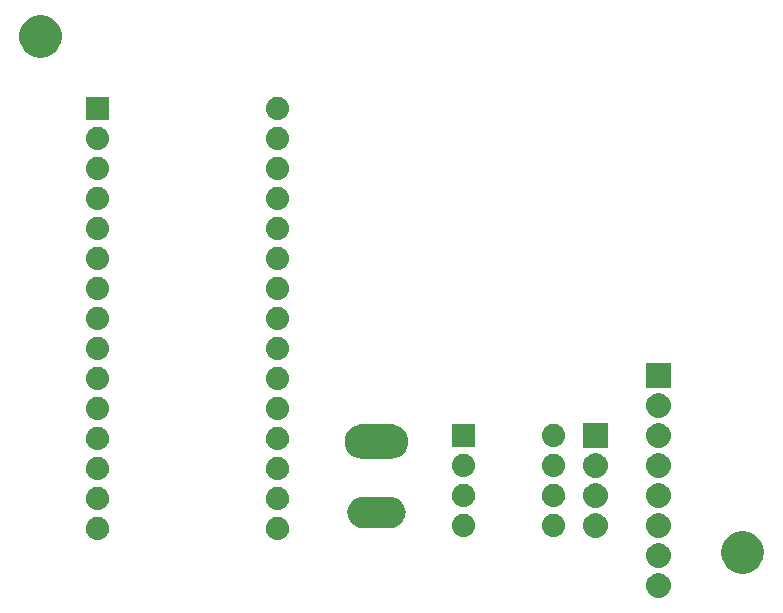
<source format=gbr>
G04 #@! TF.GenerationSoftware,KiCad,Pcbnew,(5.0.1)-3*
G04 #@! TF.CreationDate,2018-11-01T19:24:07-05:00*
G04 #@! TF.ProjectId,module-tester-board,6D6F64756C652D7465737465722D626F,rev?*
G04 #@! TF.SameCoordinates,Original*
G04 #@! TF.FileFunction,Soldermask,Bot*
G04 #@! TF.FilePolarity,Negative*
%FSLAX46Y46*%
G04 Gerber Fmt 4.6, Leading zero omitted, Abs format (unit mm)*
G04 Created by KiCad (PCBNEW (5.0.1)-3) date 11/1/2018 7:24:07 PM*
%MOMM*%
%LPD*%
G01*
G04 APERTURE LIST*
%ADD10C,0.100000*%
G04 APERTURE END LIST*
D10*
G36*
X175642707Y-116813597D02*
X175719836Y-116821193D01*
X175851787Y-116861220D01*
X175917763Y-116881233D01*
X176100172Y-116978733D01*
X176260054Y-117109946D01*
X176391267Y-117269828D01*
X176488767Y-117452237D01*
X176488767Y-117452238D01*
X176548807Y-117650164D01*
X176569080Y-117856000D01*
X176548807Y-118061836D01*
X176508780Y-118193787D01*
X176488767Y-118259763D01*
X176391267Y-118442172D01*
X176260054Y-118602054D01*
X176100172Y-118733267D01*
X175917763Y-118830767D01*
X175851787Y-118850780D01*
X175719836Y-118890807D01*
X175642707Y-118898403D01*
X175565580Y-118906000D01*
X175462420Y-118906000D01*
X175385293Y-118898403D01*
X175308164Y-118890807D01*
X175176213Y-118850780D01*
X175110237Y-118830767D01*
X174927828Y-118733267D01*
X174767946Y-118602054D01*
X174636733Y-118442172D01*
X174539233Y-118259763D01*
X174519220Y-118193787D01*
X174479193Y-118061836D01*
X174458920Y-117856000D01*
X174479193Y-117650164D01*
X174539233Y-117452238D01*
X174539233Y-117452237D01*
X174636733Y-117269828D01*
X174767946Y-117109946D01*
X174927828Y-116978733D01*
X175110237Y-116881233D01*
X175176213Y-116861220D01*
X175308164Y-116821193D01*
X175385293Y-116813597D01*
X175462420Y-116806000D01*
X175565580Y-116806000D01*
X175642707Y-116813597D01*
X175642707Y-116813597D01*
G37*
G36*
X183035122Y-113308115D02*
X183151041Y-113331173D01*
X183478620Y-113466861D01*
X183561222Y-113522054D01*
X183773436Y-113663851D01*
X184024149Y-113914564D01*
X184024151Y-113914567D01*
X184221139Y-114209380D01*
X184356827Y-114536959D01*
X184379885Y-114652878D01*
X184426000Y-114884714D01*
X184426000Y-115239286D01*
X184379885Y-115471122D01*
X184356827Y-115587041D01*
X184221139Y-115914620D01*
X184034953Y-116193267D01*
X184024149Y-116209436D01*
X183773436Y-116460149D01*
X183773433Y-116460151D01*
X183478620Y-116657139D01*
X183151041Y-116792827D01*
X183035122Y-116815885D01*
X182803286Y-116862000D01*
X182448714Y-116862000D01*
X182216878Y-116815885D01*
X182100959Y-116792827D01*
X181773380Y-116657139D01*
X181478567Y-116460151D01*
X181478564Y-116460149D01*
X181227851Y-116209436D01*
X181217047Y-116193267D01*
X181030861Y-115914620D01*
X180895173Y-115587041D01*
X180872115Y-115471122D01*
X180826000Y-115239286D01*
X180826000Y-114884714D01*
X180872115Y-114652878D01*
X180895173Y-114536959D01*
X181030861Y-114209380D01*
X181227849Y-113914567D01*
X181227851Y-113914564D01*
X181478564Y-113663851D01*
X181690778Y-113522054D01*
X181773380Y-113466861D01*
X182100959Y-113331173D01*
X182216878Y-113308115D01*
X182448714Y-113262000D01*
X182803286Y-113262000D01*
X183035122Y-113308115D01*
X183035122Y-113308115D01*
G37*
G36*
X175642707Y-114273596D02*
X175719836Y-114281193D01*
X175851787Y-114321220D01*
X175917763Y-114341233D01*
X176100172Y-114438733D01*
X176260054Y-114569946D01*
X176391267Y-114729828D01*
X176488767Y-114912237D01*
X176488767Y-114912238D01*
X176548807Y-115110164D01*
X176569080Y-115316000D01*
X176548807Y-115521836D01*
X176529027Y-115587041D01*
X176488767Y-115719763D01*
X176391267Y-115902172D01*
X176260054Y-116062054D01*
X176100172Y-116193267D01*
X175917763Y-116290767D01*
X175851787Y-116310780D01*
X175719836Y-116350807D01*
X175642707Y-116358404D01*
X175565580Y-116366000D01*
X175462420Y-116366000D01*
X175385293Y-116358404D01*
X175308164Y-116350807D01*
X175176213Y-116310780D01*
X175110237Y-116290767D01*
X174927828Y-116193267D01*
X174767946Y-116062054D01*
X174636733Y-115902172D01*
X174539233Y-115719763D01*
X174498973Y-115587041D01*
X174479193Y-115521836D01*
X174458920Y-115316000D01*
X174479193Y-115110164D01*
X174539233Y-114912238D01*
X174539233Y-114912237D01*
X174636733Y-114729828D01*
X174767946Y-114569946D01*
X174927828Y-114438733D01*
X175110237Y-114341233D01*
X175176213Y-114321220D01*
X175308164Y-114281193D01*
X175385293Y-114273596D01*
X175462420Y-114266000D01*
X175565580Y-114266000D01*
X175642707Y-114273596D01*
X175642707Y-114273596D01*
G37*
G36*
X128212030Y-112044469D02*
X128212033Y-112044470D01*
X128212034Y-112044470D01*
X128400535Y-112101651D01*
X128400537Y-112101652D01*
X128574260Y-112194509D01*
X128726528Y-112319472D01*
X128851491Y-112471740D01*
X128944348Y-112645463D01*
X129001531Y-112833970D01*
X129020838Y-113030000D01*
X129001531Y-113226030D01*
X129001530Y-113226033D01*
X129001530Y-113226034D01*
X128968701Y-113334258D01*
X128944348Y-113414537D01*
X128851491Y-113588260D01*
X128726528Y-113740528D01*
X128574260Y-113865491D01*
X128574258Y-113865492D01*
X128400535Y-113958349D01*
X128212034Y-114015530D01*
X128212033Y-114015530D01*
X128212030Y-114015531D01*
X128065124Y-114030000D01*
X127966876Y-114030000D01*
X127819970Y-114015531D01*
X127819967Y-114015530D01*
X127819966Y-114015530D01*
X127631465Y-113958349D01*
X127457742Y-113865492D01*
X127457740Y-113865491D01*
X127305472Y-113740528D01*
X127180509Y-113588260D01*
X127087652Y-113414537D01*
X127063300Y-113334258D01*
X127030470Y-113226034D01*
X127030470Y-113226033D01*
X127030469Y-113226030D01*
X127011162Y-113030000D01*
X127030469Y-112833970D01*
X127087652Y-112645463D01*
X127180509Y-112471740D01*
X127305472Y-112319472D01*
X127457740Y-112194509D01*
X127631463Y-112101652D01*
X127631465Y-112101651D01*
X127819966Y-112044470D01*
X127819967Y-112044470D01*
X127819970Y-112044469D01*
X127966876Y-112030000D01*
X128065124Y-112030000D01*
X128212030Y-112044469D01*
X128212030Y-112044469D01*
G37*
G36*
X143452030Y-112044469D02*
X143452033Y-112044470D01*
X143452034Y-112044470D01*
X143640535Y-112101651D01*
X143640537Y-112101652D01*
X143814260Y-112194509D01*
X143966528Y-112319472D01*
X144091491Y-112471740D01*
X144184348Y-112645463D01*
X144241531Y-112833970D01*
X144260838Y-113030000D01*
X144241531Y-113226030D01*
X144241530Y-113226033D01*
X144241530Y-113226034D01*
X144208701Y-113334258D01*
X144184348Y-113414537D01*
X144091491Y-113588260D01*
X143966528Y-113740528D01*
X143814260Y-113865491D01*
X143814258Y-113865492D01*
X143640535Y-113958349D01*
X143452034Y-114015530D01*
X143452033Y-114015530D01*
X143452030Y-114015531D01*
X143305124Y-114030000D01*
X143206876Y-114030000D01*
X143059970Y-114015531D01*
X143059967Y-114015530D01*
X143059966Y-114015530D01*
X142871465Y-113958349D01*
X142697742Y-113865492D01*
X142697740Y-113865491D01*
X142545472Y-113740528D01*
X142420509Y-113588260D01*
X142327652Y-113414537D01*
X142303300Y-113334258D01*
X142270470Y-113226034D01*
X142270470Y-113226033D01*
X142270469Y-113226030D01*
X142251162Y-113030000D01*
X142270469Y-112833970D01*
X142327652Y-112645463D01*
X142420509Y-112471740D01*
X142545472Y-112319472D01*
X142697740Y-112194509D01*
X142871463Y-112101652D01*
X142871465Y-112101651D01*
X143059966Y-112044470D01*
X143059967Y-112044470D01*
X143059970Y-112044469D01*
X143206876Y-112030000D01*
X143305124Y-112030000D01*
X143452030Y-112044469D01*
X143452030Y-112044469D01*
G37*
G36*
X175642707Y-111733596D02*
X175719836Y-111741193D01*
X175851787Y-111781220D01*
X175917763Y-111801233D01*
X176100172Y-111898733D01*
X176260054Y-112029946D01*
X176391267Y-112189828D01*
X176488767Y-112372237D01*
X176508780Y-112438213D01*
X176548807Y-112570164D01*
X176569080Y-112776000D01*
X176548807Y-112981836D01*
X176508780Y-113113787D01*
X176488767Y-113179763D01*
X176391267Y-113362172D01*
X176260054Y-113522054D01*
X176100172Y-113653267D01*
X175917763Y-113750767D01*
X175882281Y-113761530D01*
X175719836Y-113810807D01*
X175642707Y-113818404D01*
X175565580Y-113826000D01*
X175462420Y-113826000D01*
X175385293Y-113818404D01*
X175308164Y-113810807D01*
X175145719Y-113761530D01*
X175110237Y-113750767D01*
X174927828Y-113653267D01*
X174767946Y-113522054D01*
X174636733Y-113362172D01*
X174539233Y-113179763D01*
X174519220Y-113113787D01*
X174479193Y-112981836D01*
X174458920Y-112776000D01*
X174479193Y-112570164D01*
X174519220Y-112438213D01*
X174539233Y-112372237D01*
X174636733Y-112189828D01*
X174767946Y-112029946D01*
X174927828Y-111898733D01*
X175110237Y-111801233D01*
X175176213Y-111781220D01*
X175308164Y-111741193D01*
X175385293Y-111733596D01*
X175462420Y-111726000D01*
X175565580Y-111726000D01*
X175642707Y-111733596D01*
X175642707Y-111733596D01*
G37*
G36*
X170308707Y-111733596D02*
X170385836Y-111741193D01*
X170517787Y-111781220D01*
X170583763Y-111801233D01*
X170766172Y-111898733D01*
X170926054Y-112029946D01*
X171057267Y-112189828D01*
X171154767Y-112372237D01*
X171174780Y-112438213D01*
X171214807Y-112570164D01*
X171235080Y-112776000D01*
X171214807Y-112981836D01*
X171174780Y-113113787D01*
X171154767Y-113179763D01*
X171057267Y-113362172D01*
X170926054Y-113522054D01*
X170766172Y-113653267D01*
X170583763Y-113750767D01*
X170548281Y-113761530D01*
X170385836Y-113810807D01*
X170308707Y-113818404D01*
X170231580Y-113826000D01*
X170128420Y-113826000D01*
X170051293Y-113818404D01*
X169974164Y-113810807D01*
X169811719Y-113761530D01*
X169776237Y-113750767D01*
X169593828Y-113653267D01*
X169433946Y-113522054D01*
X169302733Y-113362172D01*
X169205233Y-113179763D01*
X169185220Y-113113787D01*
X169145193Y-112981836D01*
X169124920Y-112776000D01*
X169145193Y-112570164D01*
X169185220Y-112438213D01*
X169205233Y-112372237D01*
X169302733Y-112189828D01*
X169433946Y-112029946D01*
X169593828Y-111898733D01*
X169776237Y-111801233D01*
X169842213Y-111781220D01*
X169974164Y-111741193D01*
X170051293Y-111733596D01*
X170128420Y-111726000D01*
X170231580Y-111726000D01*
X170308707Y-111733596D01*
X170308707Y-111733596D01*
G37*
G36*
X159200030Y-111790469D02*
X159200033Y-111790470D01*
X159200034Y-111790470D01*
X159388535Y-111847651D01*
X159388537Y-111847652D01*
X159562260Y-111940509D01*
X159714528Y-112065472D01*
X159839491Y-112217740D01*
X159839492Y-112217742D01*
X159932349Y-112391465D01*
X159986557Y-112570166D01*
X159989531Y-112579970D01*
X160008838Y-112776000D01*
X159989531Y-112972030D01*
X159989530Y-112972033D01*
X159989530Y-112972034D01*
X159986557Y-112981836D01*
X159932348Y-113160537D01*
X159839491Y-113334260D01*
X159714528Y-113486528D01*
X159562260Y-113611491D01*
X159562258Y-113611492D01*
X159388535Y-113704349D01*
X159200034Y-113761530D01*
X159200033Y-113761530D01*
X159200030Y-113761531D01*
X159053124Y-113776000D01*
X158954876Y-113776000D01*
X158807970Y-113761531D01*
X158807967Y-113761530D01*
X158807966Y-113761530D01*
X158619465Y-113704349D01*
X158445742Y-113611492D01*
X158445740Y-113611491D01*
X158293472Y-113486528D01*
X158168509Y-113334260D01*
X158075652Y-113160537D01*
X158021444Y-112981836D01*
X158018470Y-112972034D01*
X158018470Y-112972033D01*
X158018469Y-112972030D01*
X157999162Y-112776000D01*
X158018469Y-112579970D01*
X158021443Y-112570166D01*
X158075651Y-112391465D01*
X158168508Y-112217742D01*
X158168509Y-112217740D01*
X158293472Y-112065472D01*
X158445740Y-111940509D01*
X158619463Y-111847652D01*
X158619465Y-111847651D01*
X158807966Y-111790470D01*
X158807967Y-111790470D01*
X158807970Y-111790469D01*
X158954876Y-111776000D01*
X159053124Y-111776000D01*
X159200030Y-111790469D01*
X159200030Y-111790469D01*
G37*
G36*
X166820030Y-111790469D02*
X166820033Y-111790470D01*
X166820034Y-111790470D01*
X167008535Y-111847651D01*
X167008537Y-111847652D01*
X167182260Y-111940509D01*
X167334528Y-112065472D01*
X167459491Y-112217740D01*
X167459492Y-112217742D01*
X167552349Y-112391465D01*
X167606557Y-112570166D01*
X167609531Y-112579970D01*
X167628838Y-112776000D01*
X167609531Y-112972030D01*
X167609530Y-112972033D01*
X167609530Y-112972034D01*
X167606557Y-112981836D01*
X167552348Y-113160537D01*
X167459491Y-113334260D01*
X167334528Y-113486528D01*
X167182260Y-113611491D01*
X167182258Y-113611492D01*
X167008535Y-113704349D01*
X166820034Y-113761530D01*
X166820033Y-113761530D01*
X166820030Y-113761531D01*
X166673124Y-113776000D01*
X166574876Y-113776000D01*
X166427970Y-113761531D01*
X166427967Y-113761530D01*
X166427966Y-113761530D01*
X166239465Y-113704349D01*
X166065742Y-113611492D01*
X166065740Y-113611491D01*
X165913472Y-113486528D01*
X165788509Y-113334260D01*
X165695652Y-113160537D01*
X165641444Y-112981836D01*
X165638470Y-112972034D01*
X165638470Y-112972033D01*
X165638469Y-112972030D01*
X165619162Y-112776000D01*
X165638469Y-112579970D01*
X165641443Y-112570166D01*
X165695651Y-112391465D01*
X165788508Y-112217742D01*
X165788509Y-112217740D01*
X165913472Y-112065472D01*
X166065740Y-111940509D01*
X166239463Y-111847652D01*
X166239465Y-111847651D01*
X166427966Y-111790470D01*
X166427967Y-111790470D01*
X166427970Y-111790469D01*
X166574876Y-111776000D01*
X166673124Y-111776000D01*
X166820030Y-111790469D01*
X166820030Y-111790469D01*
G37*
G36*
X152974081Y-110353379D02*
X153022747Y-110358172D01*
X153266236Y-110432034D01*
X153272509Y-110433937D01*
X153502692Y-110556972D01*
X153704450Y-110722550D01*
X153829180Y-110874535D01*
X153870028Y-110924308D01*
X153993063Y-111154491D01*
X154068828Y-111404253D01*
X154068828Y-111404255D01*
X154094411Y-111664000D01*
X154073038Y-111881001D01*
X154068828Y-111923747D01*
X154036596Y-112030000D01*
X153993063Y-112173509D01*
X153870028Y-112403692D01*
X153704450Y-112605450D01*
X153502692Y-112771028D01*
X153272509Y-112894063D01*
X153022747Y-112969828D01*
X152974082Y-112974621D01*
X152828091Y-112989000D01*
X150447909Y-112989000D01*
X150301918Y-112974621D01*
X150253253Y-112969828D01*
X150003491Y-112894063D01*
X149773308Y-112771028D01*
X149571550Y-112605450D01*
X149405972Y-112403692D01*
X149282937Y-112173509D01*
X149239404Y-112030000D01*
X149207172Y-111923747D01*
X149202962Y-111881001D01*
X149181589Y-111664000D01*
X149207172Y-111404255D01*
X149207172Y-111404253D01*
X149282937Y-111154491D01*
X149405972Y-110924308D01*
X149446820Y-110874535D01*
X149571550Y-110722550D01*
X149773308Y-110556972D01*
X150003491Y-110433937D01*
X150009764Y-110432034D01*
X150253253Y-110358172D01*
X150301919Y-110353379D01*
X150447909Y-110339000D01*
X152828091Y-110339000D01*
X152974081Y-110353379D01*
X152974081Y-110353379D01*
G37*
G36*
X143452030Y-109504469D02*
X143452033Y-109504470D01*
X143452034Y-109504470D01*
X143640535Y-109561651D01*
X143640537Y-109561652D01*
X143814260Y-109654509D01*
X143966528Y-109779472D01*
X144091491Y-109931740D01*
X144184348Y-110105463D01*
X144241531Y-110293970D01*
X144260838Y-110490000D01*
X144241531Y-110686030D01*
X144241530Y-110686033D01*
X144241530Y-110686034D01*
X144208701Y-110794258D01*
X144184348Y-110874537D01*
X144091491Y-111048260D01*
X143966528Y-111200528D01*
X143814260Y-111325491D01*
X143814258Y-111325492D01*
X143640535Y-111418349D01*
X143452034Y-111475530D01*
X143452033Y-111475530D01*
X143452030Y-111475531D01*
X143305124Y-111490000D01*
X143206876Y-111490000D01*
X143059970Y-111475531D01*
X143059967Y-111475530D01*
X143059966Y-111475530D01*
X142871465Y-111418349D01*
X142697742Y-111325492D01*
X142697740Y-111325491D01*
X142545472Y-111200528D01*
X142420509Y-111048260D01*
X142327652Y-110874537D01*
X142303300Y-110794258D01*
X142270470Y-110686034D01*
X142270470Y-110686033D01*
X142270469Y-110686030D01*
X142251162Y-110490000D01*
X142270469Y-110293970D01*
X142327652Y-110105463D01*
X142420509Y-109931740D01*
X142545472Y-109779472D01*
X142697740Y-109654509D01*
X142871463Y-109561652D01*
X142871465Y-109561651D01*
X143059966Y-109504470D01*
X143059967Y-109504470D01*
X143059970Y-109504469D01*
X143206876Y-109490000D01*
X143305124Y-109490000D01*
X143452030Y-109504469D01*
X143452030Y-109504469D01*
G37*
G36*
X128212030Y-109504469D02*
X128212033Y-109504470D01*
X128212034Y-109504470D01*
X128400535Y-109561651D01*
X128400537Y-109561652D01*
X128574260Y-109654509D01*
X128726528Y-109779472D01*
X128851491Y-109931740D01*
X128944348Y-110105463D01*
X129001531Y-110293970D01*
X129020838Y-110490000D01*
X129001531Y-110686030D01*
X129001530Y-110686033D01*
X129001530Y-110686034D01*
X128968701Y-110794258D01*
X128944348Y-110874537D01*
X128851491Y-111048260D01*
X128726528Y-111200528D01*
X128574260Y-111325491D01*
X128574258Y-111325492D01*
X128400535Y-111418349D01*
X128212034Y-111475530D01*
X128212033Y-111475530D01*
X128212030Y-111475531D01*
X128065124Y-111490000D01*
X127966876Y-111490000D01*
X127819970Y-111475531D01*
X127819967Y-111475530D01*
X127819966Y-111475530D01*
X127631465Y-111418349D01*
X127457742Y-111325492D01*
X127457740Y-111325491D01*
X127305472Y-111200528D01*
X127180509Y-111048260D01*
X127087652Y-110874537D01*
X127063300Y-110794258D01*
X127030470Y-110686034D01*
X127030470Y-110686033D01*
X127030469Y-110686030D01*
X127011162Y-110490000D01*
X127030469Y-110293970D01*
X127087652Y-110105463D01*
X127180509Y-109931740D01*
X127305472Y-109779472D01*
X127457740Y-109654509D01*
X127631463Y-109561652D01*
X127631465Y-109561651D01*
X127819966Y-109504470D01*
X127819967Y-109504470D01*
X127819970Y-109504469D01*
X127966876Y-109490000D01*
X128065124Y-109490000D01*
X128212030Y-109504469D01*
X128212030Y-109504469D01*
G37*
G36*
X170308707Y-109193596D02*
X170385836Y-109201193D01*
X170517787Y-109241220D01*
X170583763Y-109261233D01*
X170766172Y-109358733D01*
X170926054Y-109489946D01*
X171057267Y-109649828D01*
X171154767Y-109832237D01*
X171174780Y-109898213D01*
X171214807Y-110030164D01*
X171235080Y-110236000D01*
X171214807Y-110441836D01*
X171179881Y-110556972D01*
X171154767Y-110639763D01*
X171057267Y-110822172D01*
X170926054Y-110982054D01*
X170766172Y-111113267D01*
X170583763Y-111210767D01*
X170548281Y-111221530D01*
X170385836Y-111270807D01*
X170308707Y-111278403D01*
X170231580Y-111286000D01*
X170128420Y-111286000D01*
X170051293Y-111278403D01*
X169974164Y-111270807D01*
X169811719Y-111221530D01*
X169776237Y-111210767D01*
X169593828Y-111113267D01*
X169433946Y-110982054D01*
X169302733Y-110822172D01*
X169205233Y-110639763D01*
X169180119Y-110556972D01*
X169145193Y-110441836D01*
X169124920Y-110236000D01*
X169145193Y-110030164D01*
X169185220Y-109898213D01*
X169205233Y-109832237D01*
X169302733Y-109649828D01*
X169433946Y-109489946D01*
X169593828Y-109358733D01*
X169776237Y-109261233D01*
X169842213Y-109241220D01*
X169974164Y-109201193D01*
X170051293Y-109193596D01*
X170128420Y-109186000D01*
X170231580Y-109186000D01*
X170308707Y-109193596D01*
X170308707Y-109193596D01*
G37*
G36*
X175642707Y-109193596D02*
X175719836Y-109201193D01*
X175851787Y-109241220D01*
X175917763Y-109261233D01*
X176100172Y-109358733D01*
X176260054Y-109489946D01*
X176391267Y-109649828D01*
X176488767Y-109832237D01*
X176508780Y-109898213D01*
X176548807Y-110030164D01*
X176569080Y-110236000D01*
X176548807Y-110441836D01*
X176513881Y-110556972D01*
X176488767Y-110639763D01*
X176391267Y-110822172D01*
X176260054Y-110982054D01*
X176100172Y-111113267D01*
X175917763Y-111210767D01*
X175882281Y-111221530D01*
X175719836Y-111270807D01*
X175642707Y-111278403D01*
X175565580Y-111286000D01*
X175462420Y-111286000D01*
X175385293Y-111278403D01*
X175308164Y-111270807D01*
X175145719Y-111221530D01*
X175110237Y-111210767D01*
X174927828Y-111113267D01*
X174767946Y-110982054D01*
X174636733Y-110822172D01*
X174539233Y-110639763D01*
X174514119Y-110556972D01*
X174479193Y-110441836D01*
X174458920Y-110236000D01*
X174479193Y-110030164D01*
X174519220Y-109898213D01*
X174539233Y-109832237D01*
X174636733Y-109649828D01*
X174767946Y-109489946D01*
X174927828Y-109358733D01*
X175110237Y-109261233D01*
X175176213Y-109241220D01*
X175308164Y-109201193D01*
X175385293Y-109193596D01*
X175462420Y-109186000D01*
X175565580Y-109186000D01*
X175642707Y-109193596D01*
X175642707Y-109193596D01*
G37*
G36*
X159200030Y-109250469D02*
X159200033Y-109250470D01*
X159200034Y-109250470D01*
X159388535Y-109307651D01*
X159388537Y-109307652D01*
X159562260Y-109400509D01*
X159714528Y-109525472D01*
X159839491Y-109677740D01*
X159839492Y-109677742D01*
X159932349Y-109851465D01*
X159986557Y-110030166D01*
X159989531Y-110039970D01*
X160008838Y-110236000D01*
X159989531Y-110432030D01*
X159989530Y-110432033D01*
X159989530Y-110432034D01*
X159951631Y-110556972D01*
X159932348Y-110620537D01*
X159839491Y-110794260D01*
X159714528Y-110946528D01*
X159562260Y-111071491D01*
X159562258Y-111071492D01*
X159388535Y-111164349D01*
X159200034Y-111221530D01*
X159200033Y-111221530D01*
X159200030Y-111221531D01*
X159053124Y-111236000D01*
X158954876Y-111236000D01*
X158807970Y-111221531D01*
X158807967Y-111221530D01*
X158807966Y-111221530D01*
X158619465Y-111164349D01*
X158445742Y-111071492D01*
X158445740Y-111071491D01*
X158293472Y-110946528D01*
X158168509Y-110794260D01*
X158075652Y-110620537D01*
X158056370Y-110556972D01*
X158018470Y-110432034D01*
X158018470Y-110432033D01*
X158018469Y-110432030D01*
X157999162Y-110236000D01*
X158018469Y-110039970D01*
X158021443Y-110030166D01*
X158075651Y-109851465D01*
X158168508Y-109677742D01*
X158168509Y-109677740D01*
X158293472Y-109525472D01*
X158445740Y-109400509D01*
X158619463Y-109307652D01*
X158619465Y-109307651D01*
X158807966Y-109250470D01*
X158807967Y-109250470D01*
X158807970Y-109250469D01*
X158954876Y-109236000D01*
X159053124Y-109236000D01*
X159200030Y-109250469D01*
X159200030Y-109250469D01*
G37*
G36*
X166820030Y-109250469D02*
X166820033Y-109250470D01*
X166820034Y-109250470D01*
X167008535Y-109307651D01*
X167008537Y-109307652D01*
X167182260Y-109400509D01*
X167334528Y-109525472D01*
X167459491Y-109677740D01*
X167459492Y-109677742D01*
X167552349Y-109851465D01*
X167606557Y-110030166D01*
X167609531Y-110039970D01*
X167628838Y-110236000D01*
X167609531Y-110432030D01*
X167609530Y-110432033D01*
X167609530Y-110432034D01*
X167571631Y-110556972D01*
X167552348Y-110620537D01*
X167459491Y-110794260D01*
X167334528Y-110946528D01*
X167182260Y-111071491D01*
X167182258Y-111071492D01*
X167008535Y-111164349D01*
X166820034Y-111221530D01*
X166820033Y-111221530D01*
X166820030Y-111221531D01*
X166673124Y-111236000D01*
X166574876Y-111236000D01*
X166427970Y-111221531D01*
X166427967Y-111221530D01*
X166427966Y-111221530D01*
X166239465Y-111164349D01*
X166065742Y-111071492D01*
X166065740Y-111071491D01*
X165913472Y-110946528D01*
X165788509Y-110794260D01*
X165695652Y-110620537D01*
X165676370Y-110556972D01*
X165638470Y-110432034D01*
X165638470Y-110432033D01*
X165638469Y-110432030D01*
X165619162Y-110236000D01*
X165638469Y-110039970D01*
X165641443Y-110030166D01*
X165695651Y-109851465D01*
X165788508Y-109677742D01*
X165788509Y-109677740D01*
X165913472Y-109525472D01*
X166065740Y-109400509D01*
X166239463Y-109307652D01*
X166239465Y-109307651D01*
X166427966Y-109250470D01*
X166427967Y-109250470D01*
X166427970Y-109250469D01*
X166574876Y-109236000D01*
X166673124Y-109236000D01*
X166820030Y-109250469D01*
X166820030Y-109250469D01*
G37*
G36*
X128212030Y-106964469D02*
X128212033Y-106964470D01*
X128212034Y-106964470D01*
X128400535Y-107021651D01*
X128400537Y-107021652D01*
X128574260Y-107114509D01*
X128726528Y-107239472D01*
X128851491Y-107391740D01*
X128944348Y-107565463D01*
X129001531Y-107753970D01*
X129020838Y-107950000D01*
X129001531Y-108146030D01*
X129001530Y-108146033D01*
X129001530Y-108146034D01*
X128968701Y-108254258D01*
X128944348Y-108334537D01*
X128851491Y-108508260D01*
X128726528Y-108660528D01*
X128574260Y-108785491D01*
X128574258Y-108785492D01*
X128400535Y-108878349D01*
X128212034Y-108935530D01*
X128212033Y-108935530D01*
X128212030Y-108935531D01*
X128065124Y-108950000D01*
X127966876Y-108950000D01*
X127819970Y-108935531D01*
X127819967Y-108935530D01*
X127819966Y-108935530D01*
X127631465Y-108878349D01*
X127457742Y-108785492D01*
X127457740Y-108785491D01*
X127305472Y-108660528D01*
X127180509Y-108508260D01*
X127087652Y-108334537D01*
X127063300Y-108254258D01*
X127030470Y-108146034D01*
X127030470Y-108146033D01*
X127030469Y-108146030D01*
X127011162Y-107950000D01*
X127030469Y-107753970D01*
X127087652Y-107565463D01*
X127180509Y-107391740D01*
X127305472Y-107239472D01*
X127457740Y-107114509D01*
X127631463Y-107021652D01*
X127631465Y-107021651D01*
X127819966Y-106964470D01*
X127819967Y-106964470D01*
X127819970Y-106964469D01*
X127966876Y-106950000D01*
X128065124Y-106950000D01*
X128212030Y-106964469D01*
X128212030Y-106964469D01*
G37*
G36*
X143452030Y-106964469D02*
X143452033Y-106964470D01*
X143452034Y-106964470D01*
X143640535Y-107021651D01*
X143640537Y-107021652D01*
X143814260Y-107114509D01*
X143966528Y-107239472D01*
X144091491Y-107391740D01*
X144184348Y-107565463D01*
X144241531Y-107753970D01*
X144260838Y-107950000D01*
X144241531Y-108146030D01*
X144241530Y-108146033D01*
X144241530Y-108146034D01*
X144208701Y-108254258D01*
X144184348Y-108334537D01*
X144091491Y-108508260D01*
X143966528Y-108660528D01*
X143814260Y-108785491D01*
X143814258Y-108785492D01*
X143640535Y-108878349D01*
X143452034Y-108935530D01*
X143452033Y-108935530D01*
X143452030Y-108935531D01*
X143305124Y-108950000D01*
X143206876Y-108950000D01*
X143059970Y-108935531D01*
X143059967Y-108935530D01*
X143059966Y-108935530D01*
X142871465Y-108878349D01*
X142697742Y-108785492D01*
X142697740Y-108785491D01*
X142545472Y-108660528D01*
X142420509Y-108508260D01*
X142327652Y-108334537D01*
X142303300Y-108254258D01*
X142270470Y-108146034D01*
X142270470Y-108146033D01*
X142270469Y-108146030D01*
X142251162Y-107950000D01*
X142270469Y-107753970D01*
X142327652Y-107565463D01*
X142420509Y-107391740D01*
X142545472Y-107239472D01*
X142697740Y-107114509D01*
X142871463Y-107021652D01*
X142871465Y-107021651D01*
X143059966Y-106964470D01*
X143059967Y-106964470D01*
X143059970Y-106964469D01*
X143206876Y-106950000D01*
X143305124Y-106950000D01*
X143452030Y-106964469D01*
X143452030Y-106964469D01*
G37*
G36*
X175642707Y-106653597D02*
X175719836Y-106661193D01*
X175851787Y-106701220D01*
X175917763Y-106721233D01*
X176100172Y-106818733D01*
X176260054Y-106949946D01*
X176391267Y-107109828D01*
X176488767Y-107292237D01*
X176508780Y-107358213D01*
X176548807Y-107490164D01*
X176569080Y-107696000D01*
X176548807Y-107901836D01*
X176508780Y-108033787D01*
X176488767Y-108099763D01*
X176391267Y-108282172D01*
X176260054Y-108442054D01*
X176100172Y-108573267D01*
X175917763Y-108670767D01*
X175882281Y-108681530D01*
X175719836Y-108730807D01*
X175642707Y-108738404D01*
X175565580Y-108746000D01*
X175462420Y-108746000D01*
X175385293Y-108738404D01*
X175308164Y-108730807D01*
X175145719Y-108681530D01*
X175110237Y-108670767D01*
X174927828Y-108573267D01*
X174767946Y-108442054D01*
X174636733Y-108282172D01*
X174539233Y-108099763D01*
X174519220Y-108033787D01*
X174479193Y-107901836D01*
X174458920Y-107696000D01*
X174479193Y-107490164D01*
X174519220Y-107358213D01*
X174539233Y-107292237D01*
X174636733Y-107109828D01*
X174767946Y-106949946D01*
X174927828Y-106818733D01*
X175110237Y-106721233D01*
X175176213Y-106701220D01*
X175308164Y-106661193D01*
X175385293Y-106653597D01*
X175462420Y-106646000D01*
X175565580Y-106646000D01*
X175642707Y-106653597D01*
X175642707Y-106653597D01*
G37*
G36*
X170308707Y-106653597D02*
X170385836Y-106661193D01*
X170517787Y-106701220D01*
X170583763Y-106721233D01*
X170766172Y-106818733D01*
X170926054Y-106949946D01*
X171057267Y-107109828D01*
X171154767Y-107292237D01*
X171174780Y-107358213D01*
X171214807Y-107490164D01*
X171235080Y-107696000D01*
X171214807Y-107901836D01*
X171174780Y-108033787D01*
X171154767Y-108099763D01*
X171057267Y-108282172D01*
X170926054Y-108442054D01*
X170766172Y-108573267D01*
X170583763Y-108670767D01*
X170548281Y-108681530D01*
X170385836Y-108730807D01*
X170308707Y-108738404D01*
X170231580Y-108746000D01*
X170128420Y-108746000D01*
X170051293Y-108738404D01*
X169974164Y-108730807D01*
X169811719Y-108681530D01*
X169776237Y-108670767D01*
X169593828Y-108573267D01*
X169433946Y-108442054D01*
X169302733Y-108282172D01*
X169205233Y-108099763D01*
X169185220Y-108033787D01*
X169145193Y-107901836D01*
X169124920Y-107696000D01*
X169145193Y-107490164D01*
X169185220Y-107358213D01*
X169205233Y-107292237D01*
X169302733Y-107109828D01*
X169433946Y-106949946D01*
X169593828Y-106818733D01*
X169776237Y-106721233D01*
X169842213Y-106701220D01*
X169974164Y-106661193D01*
X170051293Y-106653597D01*
X170128420Y-106646000D01*
X170231580Y-106646000D01*
X170308707Y-106653597D01*
X170308707Y-106653597D01*
G37*
G36*
X166820030Y-106710469D02*
X166820033Y-106710470D01*
X166820034Y-106710470D01*
X167008535Y-106767651D01*
X167008537Y-106767652D01*
X167182260Y-106860509D01*
X167334528Y-106985472D01*
X167459491Y-107137740D01*
X167459492Y-107137742D01*
X167552349Y-107311465D01*
X167606557Y-107490166D01*
X167609531Y-107499970D01*
X167628838Y-107696000D01*
X167609531Y-107892030D01*
X167609530Y-107892033D01*
X167609530Y-107892034D01*
X167606557Y-107901836D01*
X167552348Y-108080537D01*
X167459491Y-108254260D01*
X167334528Y-108406528D01*
X167182260Y-108531491D01*
X167182258Y-108531492D01*
X167008535Y-108624349D01*
X166820034Y-108681530D01*
X166820033Y-108681530D01*
X166820030Y-108681531D01*
X166673124Y-108696000D01*
X166574876Y-108696000D01*
X166427970Y-108681531D01*
X166427967Y-108681530D01*
X166427966Y-108681530D01*
X166239465Y-108624349D01*
X166065742Y-108531492D01*
X166065740Y-108531491D01*
X165913472Y-108406528D01*
X165788509Y-108254260D01*
X165695652Y-108080537D01*
X165641444Y-107901836D01*
X165638470Y-107892034D01*
X165638470Y-107892033D01*
X165638469Y-107892030D01*
X165619162Y-107696000D01*
X165638469Y-107499970D01*
X165641443Y-107490166D01*
X165695651Y-107311465D01*
X165788508Y-107137742D01*
X165788509Y-107137740D01*
X165913472Y-106985472D01*
X166065740Y-106860509D01*
X166239463Y-106767652D01*
X166239465Y-106767651D01*
X166427966Y-106710470D01*
X166427967Y-106710470D01*
X166427970Y-106710469D01*
X166574876Y-106696000D01*
X166673124Y-106696000D01*
X166820030Y-106710469D01*
X166820030Y-106710469D01*
G37*
G36*
X159200030Y-106710469D02*
X159200033Y-106710470D01*
X159200034Y-106710470D01*
X159388535Y-106767651D01*
X159388537Y-106767652D01*
X159562260Y-106860509D01*
X159714528Y-106985472D01*
X159839491Y-107137740D01*
X159839492Y-107137742D01*
X159932349Y-107311465D01*
X159986557Y-107490166D01*
X159989531Y-107499970D01*
X160008838Y-107696000D01*
X159989531Y-107892030D01*
X159989530Y-107892033D01*
X159989530Y-107892034D01*
X159986557Y-107901836D01*
X159932348Y-108080537D01*
X159839491Y-108254260D01*
X159714528Y-108406528D01*
X159562260Y-108531491D01*
X159562258Y-108531492D01*
X159388535Y-108624349D01*
X159200034Y-108681530D01*
X159200033Y-108681530D01*
X159200030Y-108681531D01*
X159053124Y-108696000D01*
X158954876Y-108696000D01*
X158807970Y-108681531D01*
X158807967Y-108681530D01*
X158807966Y-108681530D01*
X158619465Y-108624349D01*
X158445742Y-108531492D01*
X158445740Y-108531491D01*
X158293472Y-108406528D01*
X158168509Y-108254260D01*
X158075652Y-108080537D01*
X158021444Y-107901836D01*
X158018470Y-107892034D01*
X158018470Y-107892033D01*
X158018469Y-107892030D01*
X157999162Y-107696000D01*
X158018469Y-107499970D01*
X158021443Y-107490166D01*
X158075651Y-107311465D01*
X158168508Y-107137742D01*
X158168509Y-107137740D01*
X158293472Y-106985472D01*
X158445740Y-106860509D01*
X158619463Y-106767652D01*
X158619465Y-106767651D01*
X158807966Y-106710470D01*
X158807967Y-106710470D01*
X158807970Y-106710469D01*
X158954876Y-106696000D01*
X159053124Y-106696000D01*
X159200030Y-106710469D01*
X159200030Y-106710469D01*
G37*
G36*
X153001830Y-104218196D02*
X153172250Y-104234981D01*
X153445576Y-104317894D01*
X153697474Y-104452536D01*
X153918265Y-104633735D01*
X154099464Y-104854526D01*
X154234106Y-105106424D01*
X154317019Y-105379750D01*
X154345015Y-105664000D01*
X154317019Y-105948250D01*
X154234106Y-106221576D01*
X154099464Y-106473474D01*
X153918265Y-106694265D01*
X153697474Y-106875464D01*
X153445576Y-107010106D01*
X153172250Y-107093019D01*
X153001830Y-107109804D01*
X152959226Y-107114000D01*
X150316774Y-107114000D01*
X150274170Y-107109804D01*
X150103750Y-107093019D01*
X149830424Y-107010106D01*
X149578526Y-106875464D01*
X149357735Y-106694265D01*
X149176536Y-106473474D01*
X149041894Y-106221576D01*
X148958981Y-105948250D01*
X148930985Y-105664000D01*
X148958981Y-105379750D01*
X149041894Y-105106424D01*
X149176536Y-104854526D01*
X149357735Y-104633735D01*
X149578526Y-104452536D01*
X149830424Y-104317894D01*
X150103750Y-104234981D01*
X150274170Y-104218196D01*
X150316774Y-104214000D01*
X152959226Y-104214000D01*
X153001830Y-104218196D01*
X153001830Y-104218196D01*
G37*
G36*
X143452030Y-104424469D02*
X143452033Y-104424470D01*
X143452034Y-104424470D01*
X143640535Y-104481651D01*
X143640537Y-104481652D01*
X143814260Y-104574509D01*
X143966528Y-104699472D01*
X144091491Y-104851740D01*
X144091492Y-104851742D01*
X144184349Y-105025465D01*
X144223946Y-105156000D01*
X144241531Y-105213970D01*
X144260838Y-105410000D01*
X144241531Y-105606030D01*
X144241530Y-105606033D01*
X144241530Y-105606034D01*
X144208701Y-105714258D01*
X144184348Y-105794537D01*
X144091491Y-105968260D01*
X143966528Y-106120528D01*
X143814260Y-106245491D01*
X143814258Y-106245492D01*
X143640535Y-106338349D01*
X143452034Y-106395530D01*
X143452033Y-106395530D01*
X143452030Y-106395531D01*
X143305124Y-106410000D01*
X143206876Y-106410000D01*
X143059970Y-106395531D01*
X143059967Y-106395530D01*
X143059966Y-106395530D01*
X142871465Y-106338349D01*
X142697742Y-106245492D01*
X142697740Y-106245491D01*
X142545472Y-106120528D01*
X142420509Y-105968260D01*
X142327652Y-105794537D01*
X142303300Y-105714258D01*
X142270470Y-105606034D01*
X142270470Y-105606033D01*
X142270469Y-105606030D01*
X142251162Y-105410000D01*
X142270469Y-105213970D01*
X142288054Y-105156000D01*
X142327651Y-105025465D01*
X142420508Y-104851742D01*
X142420509Y-104851740D01*
X142545472Y-104699472D01*
X142697740Y-104574509D01*
X142871463Y-104481652D01*
X142871465Y-104481651D01*
X143059966Y-104424470D01*
X143059967Y-104424470D01*
X143059970Y-104424469D01*
X143206876Y-104410000D01*
X143305124Y-104410000D01*
X143452030Y-104424469D01*
X143452030Y-104424469D01*
G37*
G36*
X128212030Y-104424469D02*
X128212033Y-104424470D01*
X128212034Y-104424470D01*
X128400535Y-104481651D01*
X128400537Y-104481652D01*
X128574260Y-104574509D01*
X128726528Y-104699472D01*
X128851491Y-104851740D01*
X128851492Y-104851742D01*
X128944349Y-105025465D01*
X128983946Y-105156000D01*
X129001531Y-105213970D01*
X129020838Y-105410000D01*
X129001531Y-105606030D01*
X129001530Y-105606033D01*
X129001530Y-105606034D01*
X128968701Y-105714258D01*
X128944348Y-105794537D01*
X128851491Y-105968260D01*
X128726528Y-106120528D01*
X128574260Y-106245491D01*
X128574258Y-106245492D01*
X128400535Y-106338349D01*
X128212034Y-106395530D01*
X128212033Y-106395530D01*
X128212030Y-106395531D01*
X128065124Y-106410000D01*
X127966876Y-106410000D01*
X127819970Y-106395531D01*
X127819967Y-106395530D01*
X127819966Y-106395530D01*
X127631465Y-106338349D01*
X127457742Y-106245492D01*
X127457740Y-106245491D01*
X127305472Y-106120528D01*
X127180509Y-105968260D01*
X127087652Y-105794537D01*
X127063300Y-105714258D01*
X127030470Y-105606034D01*
X127030470Y-105606033D01*
X127030469Y-105606030D01*
X127011162Y-105410000D01*
X127030469Y-105213970D01*
X127048054Y-105156000D01*
X127087651Y-105025465D01*
X127180508Y-104851742D01*
X127180509Y-104851740D01*
X127305472Y-104699472D01*
X127457740Y-104574509D01*
X127631463Y-104481652D01*
X127631465Y-104481651D01*
X127819966Y-104424470D01*
X127819967Y-104424470D01*
X127819970Y-104424469D01*
X127966876Y-104410000D01*
X128065124Y-104410000D01*
X128212030Y-104424469D01*
X128212030Y-104424469D01*
G37*
G36*
X171230000Y-106206000D02*
X169130000Y-106206000D01*
X169130000Y-104106000D01*
X171230000Y-104106000D01*
X171230000Y-106206000D01*
X171230000Y-106206000D01*
G37*
G36*
X175642707Y-104113596D02*
X175719836Y-104121193D01*
X175851787Y-104161220D01*
X175917763Y-104181233D01*
X176100172Y-104278733D01*
X176260054Y-104409946D01*
X176391267Y-104569828D01*
X176488767Y-104752237D01*
X176508780Y-104818213D01*
X176548807Y-104950164D01*
X176569080Y-105156000D01*
X176548807Y-105361836D01*
X176508780Y-105493787D01*
X176488767Y-105559763D01*
X176391267Y-105742172D01*
X176260054Y-105902054D01*
X176100172Y-106033267D01*
X175917763Y-106130767D01*
X175882281Y-106141530D01*
X175719836Y-106190807D01*
X175642707Y-106198404D01*
X175565580Y-106206000D01*
X175462420Y-106206000D01*
X175385293Y-106198404D01*
X175308164Y-106190807D01*
X175145719Y-106141530D01*
X175110237Y-106130767D01*
X174927828Y-106033267D01*
X174767946Y-105902054D01*
X174636733Y-105742172D01*
X174539233Y-105559763D01*
X174519220Y-105493787D01*
X174479193Y-105361836D01*
X174458920Y-105156000D01*
X174479193Y-104950164D01*
X174519220Y-104818213D01*
X174539233Y-104752237D01*
X174636733Y-104569828D01*
X174767946Y-104409946D01*
X174927828Y-104278733D01*
X175110237Y-104181233D01*
X175176213Y-104161220D01*
X175308164Y-104121193D01*
X175385293Y-104113596D01*
X175462420Y-104106000D01*
X175565580Y-104106000D01*
X175642707Y-104113596D01*
X175642707Y-104113596D01*
G37*
G36*
X160004000Y-106156000D02*
X158004000Y-106156000D01*
X158004000Y-104156000D01*
X160004000Y-104156000D01*
X160004000Y-106156000D01*
X160004000Y-106156000D01*
G37*
G36*
X166820030Y-104170469D02*
X166820033Y-104170470D01*
X166820034Y-104170470D01*
X167008535Y-104227651D01*
X167008537Y-104227652D01*
X167182260Y-104320509D01*
X167334528Y-104445472D01*
X167459491Y-104597740D01*
X167459492Y-104597742D01*
X167552349Y-104771465D01*
X167606557Y-104950166D01*
X167609531Y-104959970D01*
X167628838Y-105156000D01*
X167609531Y-105352030D01*
X167609530Y-105352033D01*
X167609530Y-105352034D01*
X167606557Y-105361836D01*
X167552348Y-105540537D01*
X167459491Y-105714260D01*
X167334528Y-105866528D01*
X167182260Y-105991491D01*
X167182258Y-105991492D01*
X167008535Y-106084349D01*
X166820034Y-106141530D01*
X166820033Y-106141530D01*
X166820030Y-106141531D01*
X166673124Y-106156000D01*
X166574876Y-106156000D01*
X166427970Y-106141531D01*
X166427967Y-106141530D01*
X166427966Y-106141530D01*
X166239465Y-106084349D01*
X166065742Y-105991492D01*
X166065740Y-105991491D01*
X165913472Y-105866528D01*
X165788509Y-105714260D01*
X165695652Y-105540537D01*
X165641444Y-105361836D01*
X165638470Y-105352034D01*
X165638470Y-105352033D01*
X165638469Y-105352030D01*
X165619162Y-105156000D01*
X165638469Y-104959970D01*
X165641443Y-104950166D01*
X165695651Y-104771465D01*
X165788508Y-104597742D01*
X165788509Y-104597740D01*
X165913472Y-104445472D01*
X166065740Y-104320509D01*
X166239463Y-104227652D01*
X166239465Y-104227651D01*
X166427966Y-104170470D01*
X166427967Y-104170470D01*
X166427970Y-104170469D01*
X166574876Y-104156000D01*
X166673124Y-104156000D01*
X166820030Y-104170469D01*
X166820030Y-104170469D01*
G37*
G36*
X143452030Y-101884469D02*
X143452033Y-101884470D01*
X143452034Y-101884470D01*
X143640535Y-101941651D01*
X143640537Y-101941652D01*
X143814260Y-102034509D01*
X143966528Y-102159472D01*
X144091491Y-102311740D01*
X144184348Y-102485463D01*
X144241531Y-102673970D01*
X144260838Y-102870000D01*
X144241531Y-103066030D01*
X144184348Y-103254537D01*
X144091491Y-103428260D01*
X143966528Y-103580528D01*
X143814260Y-103705491D01*
X143814258Y-103705492D01*
X143640535Y-103798349D01*
X143452034Y-103855530D01*
X143452033Y-103855530D01*
X143452030Y-103855531D01*
X143305124Y-103870000D01*
X143206876Y-103870000D01*
X143059970Y-103855531D01*
X143059967Y-103855530D01*
X143059966Y-103855530D01*
X142871465Y-103798349D01*
X142697742Y-103705492D01*
X142697740Y-103705491D01*
X142545472Y-103580528D01*
X142420509Y-103428260D01*
X142327652Y-103254537D01*
X142270469Y-103066030D01*
X142251162Y-102870000D01*
X142270469Y-102673970D01*
X142327652Y-102485463D01*
X142420509Y-102311740D01*
X142545472Y-102159472D01*
X142697740Y-102034509D01*
X142871463Y-101941652D01*
X142871465Y-101941651D01*
X143059966Y-101884470D01*
X143059967Y-101884470D01*
X143059970Y-101884469D01*
X143206876Y-101870000D01*
X143305124Y-101870000D01*
X143452030Y-101884469D01*
X143452030Y-101884469D01*
G37*
G36*
X128212030Y-101884469D02*
X128212033Y-101884470D01*
X128212034Y-101884470D01*
X128400535Y-101941651D01*
X128400537Y-101941652D01*
X128574260Y-102034509D01*
X128726528Y-102159472D01*
X128851491Y-102311740D01*
X128944348Y-102485463D01*
X129001531Y-102673970D01*
X129020838Y-102870000D01*
X129001531Y-103066030D01*
X128944348Y-103254537D01*
X128851491Y-103428260D01*
X128726528Y-103580528D01*
X128574260Y-103705491D01*
X128574258Y-103705492D01*
X128400535Y-103798349D01*
X128212034Y-103855530D01*
X128212033Y-103855530D01*
X128212030Y-103855531D01*
X128065124Y-103870000D01*
X127966876Y-103870000D01*
X127819970Y-103855531D01*
X127819967Y-103855530D01*
X127819966Y-103855530D01*
X127631465Y-103798349D01*
X127457742Y-103705492D01*
X127457740Y-103705491D01*
X127305472Y-103580528D01*
X127180509Y-103428260D01*
X127087652Y-103254537D01*
X127030469Y-103066030D01*
X127011162Y-102870000D01*
X127030469Y-102673970D01*
X127087652Y-102485463D01*
X127180509Y-102311740D01*
X127305472Y-102159472D01*
X127457740Y-102034509D01*
X127631463Y-101941652D01*
X127631465Y-101941651D01*
X127819966Y-101884470D01*
X127819967Y-101884470D01*
X127819970Y-101884469D01*
X127966876Y-101870000D01*
X128065124Y-101870000D01*
X128212030Y-101884469D01*
X128212030Y-101884469D01*
G37*
G36*
X175642707Y-101573596D02*
X175719836Y-101581193D01*
X175851787Y-101621220D01*
X175917763Y-101641233D01*
X176100172Y-101738733D01*
X176260054Y-101869946D01*
X176391267Y-102029828D01*
X176488767Y-102212237D01*
X176488767Y-102212238D01*
X176548807Y-102410164D01*
X176569080Y-102616000D01*
X176548807Y-102821836D01*
X176508780Y-102953787D01*
X176488767Y-103019763D01*
X176391267Y-103202172D01*
X176260054Y-103362054D01*
X176100172Y-103493267D01*
X175917763Y-103590767D01*
X175851787Y-103610780D01*
X175719836Y-103650807D01*
X175642707Y-103658403D01*
X175565580Y-103666000D01*
X175462420Y-103666000D01*
X175385293Y-103658404D01*
X175308164Y-103650807D01*
X175176213Y-103610780D01*
X175110237Y-103590767D01*
X174927828Y-103493267D01*
X174767946Y-103362054D01*
X174636733Y-103202172D01*
X174539233Y-103019763D01*
X174519220Y-102953787D01*
X174479193Y-102821836D01*
X174458920Y-102616000D01*
X174479193Y-102410164D01*
X174539233Y-102212238D01*
X174539233Y-102212237D01*
X174636733Y-102029828D01*
X174767946Y-101869946D01*
X174927828Y-101738733D01*
X175110237Y-101641233D01*
X175176213Y-101621220D01*
X175308164Y-101581193D01*
X175385293Y-101573596D01*
X175462420Y-101566000D01*
X175565580Y-101566000D01*
X175642707Y-101573596D01*
X175642707Y-101573596D01*
G37*
G36*
X143452030Y-99344469D02*
X143452033Y-99344470D01*
X143452034Y-99344470D01*
X143640535Y-99401651D01*
X143640537Y-99401652D01*
X143814260Y-99494509D01*
X143966528Y-99619472D01*
X144091491Y-99771740D01*
X144184348Y-99945463D01*
X144241531Y-100133970D01*
X144260838Y-100330000D01*
X144241531Y-100526030D01*
X144184348Y-100714537D01*
X144091491Y-100888260D01*
X143966528Y-101040528D01*
X143814260Y-101165491D01*
X143814258Y-101165492D01*
X143640535Y-101258349D01*
X143452034Y-101315530D01*
X143452033Y-101315530D01*
X143452030Y-101315531D01*
X143305124Y-101330000D01*
X143206876Y-101330000D01*
X143059970Y-101315531D01*
X143059967Y-101315530D01*
X143059966Y-101315530D01*
X142871465Y-101258349D01*
X142697742Y-101165492D01*
X142697740Y-101165491D01*
X142545472Y-101040528D01*
X142420509Y-100888260D01*
X142327652Y-100714537D01*
X142270469Y-100526030D01*
X142251162Y-100330000D01*
X142270469Y-100133970D01*
X142327652Y-99945463D01*
X142420509Y-99771740D01*
X142545472Y-99619472D01*
X142697740Y-99494509D01*
X142871463Y-99401652D01*
X142871465Y-99401651D01*
X143059966Y-99344470D01*
X143059967Y-99344470D01*
X143059970Y-99344469D01*
X143206876Y-99330000D01*
X143305124Y-99330000D01*
X143452030Y-99344469D01*
X143452030Y-99344469D01*
G37*
G36*
X128212030Y-99344469D02*
X128212033Y-99344470D01*
X128212034Y-99344470D01*
X128400535Y-99401651D01*
X128400537Y-99401652D01*
X128574260Y-99494509D01*
X128726528Y-99619472D01*
X128851491Y-99771740D01*
X128944348Y-99945463D01*
X129001531Y-100133970D01*
X129020838Y-100330000D01*
X129001531Y-100526030D01*
X128944348Y-100714537D01*
X128851491Y-100888260D01*
X128726528Y-101040528D01*
X128574260Y-101165491D01*
X128574258Y-101165492D01*
X128400535Y-101258349D01*
X128212034Y-101315530D01*
X128212033Y-101315530D01*
X128212030Y-101315531D01*
X128065124Y-101330000D01*
X127966876Y-101330000D01*
X127819970Y-101315531D01*
X127819967Y-101315530D01*
X127819966Y-101315530D01*
X127631465Y-101258349D01*
X127457742Y-101165492D01*
X127457740Y-101165491D01*
X127305472Y-101040528D01*
X127180509Y-100888260D01*
X127087652Y-100714537D01*
X127030469Y-100526030D01*
X127011162Y-100330000D01*
X127030469Y-100133970D01*
X127087652Y-99945463D01*
X127180509Y-99771740D01*
X127305472Y-99619472D01*
X127457740Y-99494509D01*
X127631463Y-99401652D01*
X127631465Y-99401651D01*
X127819966Y-99344470D01*
X127819967Y-99344470D01*
X127819970Y-99344469D01*
X127966876Y-99330000D01*
X128065124Y-99330000D01*
X128212030Y-99344469D01*
X128212030Y-99344469D01*
G37*
G36*
X176564000Y-101126000D02*
X174464000Y-101126000D01*
X174464000Y-99026000D01*
X176564000Y-99026000D01*
X176564000Y-101126000D01*
X176564000Y-101126000D01*
G37*
G36*
X143452030Y-96804469D02*
X143452033Y-96804470D01*
X143452034Y-96804470D01*
X143640535Y-96861651D01*
X143640537Y-96861652D01*
X143814260Y-96954509D01*
X143966528Y-97079472D01*
X144091491Y-97231740D01*
X144184348Y-97405463D01*
X144241531Y-97593970D01*
X144260838Y-97790000D01*
X144241531Y-97986030D01*
X144184348Y-98174537D01*
X144091491Y-98348260D01*
X143966528Y-98500528D01*
X143814260Y-98625491D01*
X143814258Y-98625492D01*
X143640535Y-98718349D01*
X143452034Y-98775530D01*
X143452033Y-98775530D01*
X143452030Y-98775531D01*
X143305124Y-98790000D01*
X143206876Y-98790000D01*
X143059970Y-98775531D01*
X143059967Y-98775530D01*
X143059966Y-98775530D01*
X142871465Y-98718349D01*
X142697742Y-98625492D01*
X142697740Y-98625491D01*
X142545472Y-98500528D01*
X142420509Y-98348260D01*
X142327652Y-98174537D01*
X142270469Y-97986030D01*
X142251162Y-97790000D01*
X142270469Y-97593970D01*
X142327652Y-97405463D01*
X142420509Y-97231740D01*
X142545472Y-97079472D01*
X142697740Y-96954509D01*
X142871463Y-96861652D01*
X142871465Y-96861651D01*
X143059966Y-96804470D01*
X143059967Y-96804470D01*
X143059970Y-96804469D01*
X143206876Y-96790000D01*
X143305124Y-96790000D01*
X143452030Y-96804469D01*
X143452030Y-96804469D01*
G37*
G36*
X128212030Y-96804469D02*
X128212033Y-96804470D01*
X128212034Y-96804470D01*
X128400535Y-96861651D01*
X128400537Y-96861652D01*
X128574260Y-96954509D01*
X128726528Y-97079472D01*
X128851491Y-97231740D01*
X128944348Y-97405463D01*
X129001531Y-97593970D01*
X129020838Y-97790000D01*
X129001531Y-97986030D01*
X128944348Y-98174537D01*
X128851491Y-98348260D01*
X128726528Y-98500528D01*
X128574260Y-98625491D01*
X128574258Y-98625492D01*
X128400535Y-98718349D01*
X128212034Y-98775530D01*
X128212033Y-98775530D01*
X128212030Y-98775531D01*
X128065124Y-98790000D01*
X127966876Y-98790000D01*
X127819970Y-98775531D01*
X127819967Y-98775530D01*
X127819966Y-98775530D01*
X127631465Y-98718349D01*
X127457742Y-98625492D01*
X127457740Y-98625491D01*
X127305472Y-98500528D01*
X127180509Y-98348260D01*
X127087652Y-98174537D01*
X127030469Y-97986030D01*
X127011162Y-97790000D01*
X127030469Y-97593970D01*
X127087652Y-97405463D01*
X127180509Y-97231740D01*
X127305472Y-97079472D01*
X127457740Y-96954509D01*
X127631463Y-96861652D01*
X127631465Y-96861651D01*
X127819966Y-96804470D01*
X127819967Y-96804470D01*
X127819970Y-96804469D01*
X127966876Y-96790000D01*
X128065124Y-96790000D01*
X128212030Y-96804469D01*
X128212030Y-96804469D01*
G37*
G36*
X143452030Y-94264469D02*
X143452033Y-94264470D01*
X143452034Y-94264470D01*
X143640535Y-94321651D01*
X143640537Y-94321652D01*
X143814260Y-94414509D01*
X143966528Y-94539472D01*
X144091491Y-94691740D01*
X144184348Y-94865463D01*
X144241531Y-95053970D01*
X144260838Y-95250000D01*
X144241531Y-95446030D01*
X144184348Y-95634537D01*
X144091491Y-95808260D01*
X143966528Y-95960528D01*
X143814260Y-96085491D01*
X143814258Y-96085492D01*
X143640535Y-96178349D01*
X143452034Y-96235530D01*
X143452033Y-96235530D01*
X143452030Y-96235531D01*
X143305124Y-96250000D01*
X143206876Y-96250000D01*
X143059970Y-96235531D01*
X143059967Y-96235530D01*
X143059966Y-96235530D01*
X142871465Y-96178349D01*
X142697742Y-96085492D01*
X142697740Y-96085491D01*
X142545472Y-95960528D01*
X142420509Y-95808260D01*
X142327652Y-95634537D01*
X142270469Y-95446030D01*
X142251162Y-95250000D01*
X142270469Y-95053970D01*
X142327652Y-94865463D01*
X142420509Y-94691740D01*
X142545472Y-94539472D01*
X142697740Y-94414509D01*
X142871463Y-94321652D01*
X142871465Y-94321651D01*
X143059966Y-94264470D01*
X143059967Y-94264470D01*
X143059970Y-94264469D01*
X143206876Y-94250000D01*
X143305124Y-94250000D01*
X143452030Y-94264469D01*
X143452030Y-94264469D01*
G37*
G36*
X128212030Y-94264469D02*
X128212033Y-94264470D01*
X128212034Y-94264470D01*
X128400535Y-94321651D01*
X128400537Y-94321652D01*
X128574260Y-94414509D01*
X128726528Y-94539472D01*
X128851491Y-94691740D01*
X128944348Y-94865463D01*
X129001531Y-95053970D01*
X129020838Y-95250000D01*
X129001531Y-95446030D01*
X128944348Y-95634537D01*
X128851491Y-95808260D01*
X128726528Y-95960528D01*
X128574260Y-96085491D01*
X128574258Y-96085492D01*
X128400535Y-96178349D01*
X128212034Y-96235530D01*
X128212033Y-96235530D01*
X128212030Y-96235531D01*
X128065124Y-96250000D01*
X127966876Y-96250000D01*
X127819970Y-96235531D01*
X127819967Y-96235530D01*
X127819966Y-96235530D01*
X127631465Y-96178349D01*
X127457742Y-96085492D01*
X127457740Y-96085491D01*
X127305472Y-95960528D01*
X127180509Y-95808260D01*
X127087652Y-95634537D01*
X127030469Y-95446030D01*
X127011162Y-95250000D01*
X127030469Y-95053970D01*
X127087652Y-94865463D01*
X127180509Y-94691740D01*
X127305472Y-94539472D01*
X127457740Y-94414509D01*
X127631463Y-94321652D01*
X127631465Y-94321651D01*
X127819966Y-94264470D01*
X127819967Y-94264470D01*
X127819970Y-94264469D01*
X127966876Y-94250000D01*
X128065124Y-94250000D01*
X128212030Y-94264469D01*
X128212030Y-94264469D01*
G37*
G36*
X128212030Y-91724469D02*
X128212033Y-91724470D01*
X128212034Y-91724470D01*
X128400535Y-91781651D01*
X128400537Y-91781652D01*
X128574260Y-91874509D01*
X128726528Y-91999472D01*
X128851491Y-92151740D01*
X128944348Y-92325463D01*
X129001531Y-92513970D01*
X129020838Y-92710000D01*
X129001531Y-92906030D01*
X128944348Y-93094537D01*
X128851491Y-93268260D01*
X128726528Y-93420528D01*
X128574260Y-93545491D01*
X128574258Y-93545492D01*
X128400535Y-93638349D01*
X128212034Y-93695530D01*
X128212033Y-93695530D01*
X128212030Y-93695531D01*
X128065124Y-93710000D01*
X127966876Y-93710000D01*
X127819970Y-93695531D01*
X127819967Y-93695530D01*
X127819966Y-93695530D01*
X127631465Y-93638349D01*
X127457742Y-93545492D01*
X127457740Y-93545491D01*
X127305472Y-93420528D01*
X127180509Y-93268260D01*
X127087652Y-93094537D01*
X127030469Y-92906030D01*
X127011162Y-92710000D01*
X127030469Y-92513970D01*
X127087652Y-92325463D01*
X127180509Y-92151740D01*
X127305472Y-91999472D01*
X127457740Y-91874509D01*
X127631463Y-91781652D01*
X127631465Y-91781651D01*
X127819966Y-91724470D01*
X127819967Y-91724470D01*
X127819970Y-91724469D01*
X127966876Y-91710000D01*
X128065124Y-91710000D01*
X128212030Y-91724469D01*
X128212030Y-91724469D01*
G37*
G36*
X143452030Y-91724469D02*
X143452033Y-91724470D01*
X143452034Y-91724470D01*
X143640535Y-91781651D01*
X143640537Y-91781652D01*
X143814260Y-91874509D01*
X143966528Y-91999472D01*
X144091491Y-92151740D01*
X144184348Y-92325463D01*
X144241531Y-92513970D01*
X144260838Y-92710000D01*
X144241531Y-92906030D01*
X144184348Y-93094537D01*
X144091491Y-93268260D01*
X143966528Y-93420528D01*
X143814260Y-93545491D01*
X143814258Y-93545492D01*
X143640535Y-93638349D01*
X143452034Y-93695530D01*
X143452033Y-93695530D01*
X143452030Y-93695531D01*
X143305124Y-93710000D01*
X143206876Y-93710000D01*
X143059970Y-93695531D01*
X143059967Y-93695530D01*
X143059966Y-93695530D01*
X142871465Y-93638349D01*
X142697742Y-93545492D01*
X142697740Y-93545491D01*
X142545472Y-93420528D01*
X142420509Y-93268260D01*
X142327652Y-93094537D01*
X142270469Y-92906030D01*
X142251162Y-92710000D01*
X142270469Y-92513970D01*
X142327652Y-92325463D01*
X142420509Y-92151740D01*
X142545472Y-91999472D01*
X142697740Y-91874509D01*
X142871463Y-91781652D01*
X142871465Y-91781651D01*
X143059966Y-91724470D01*
X143059967Y-91724470D01*
X143059970Y-91724469D01*
X143206876Y-91710000D01*
X143305124Y-91710000D01*
X143452030Y-91724469D01*
X143452030Y-91724469D01*
G37*
G36*
X143452030Y-89184469D02*
X143452033Y-89184470D01*
X143452034Y-89184470D01*
X143640535Y-89241651D01*
X143640537Y-89241652D01*
X143814260Y-89334509D01*
X143966528Y-89459472D01*
X144091491Y-89611740D01*
X144184348Y-89785463D01*
X144241531Y-89973970D01*
X144260838Y-90170000D01*
X144241531Y-90366030D01*
X144184348Y-90554537D01*
X144091491Y-90728260D01*
X143966528Y-90880528D01*
X143814260Y-91005491D01*
X143814258Y-91005492D01*
X143640535Y-91098349D01*
X143452034Y-91155530D01*
X143452033Y-91155530D01*
X143452030Y-91155531D01*
X143305124Y-91170000D01*
X143206876Y-91170000D01*
X143059970Y-91155531D01*
X143059967Y-91155530D01*
X143059966Y-91155530D01*
X142871465Y-91098349D01*
X142697742Y-91005492D01*
X142697740Y-91005491D01*
X142545472Y-90880528D01*
X142420509Y-90728260D01*
X142327652Y-90554537D01*
X142270469Y-90366030D01*
X142251162Y-90170000D01*
X142270469Y-89973970D01*
X142327652Y-89785463D01*
X142420509Y-89611740D01*
X142545472Y-89459472D01*
X142697740Y-89334509D01*
X142871463Y-89241652D01*
X142871465Y-89241651D01*
X143059966Y-89184470D01*
X143059967Y-89184470D01*
X143059970Y-89184469D01*
X143206876Y-89170000D01*
X143305124Y-89170000D01*
X143452030Y-89184469D01*
X143452030Y-89184469D01*
G37*
G36*
X128212030Y-89184469D02*
X128212033Y-89184470D01*
X128212034Y-89184470D01*
X128400535Y-89241651D01*
X128400537Y-89241652D01*
X128574260Y-89334509D01*
X128726528Y-89459472D01*
X128851491Y-89611740D01*
X128944348Y-89785463D01*
X129001531Y-89973970D01*
X129020838Y-90170000D01*
X129001531Y-90366030D01*
X128944348Y-90554537D01*
X128851491Y-90728260D01*
X128726528Y-90880528D01*
X128574260Y-91005491D01*
X128574258Y-91005492D01*
X128400535Y-91098349D01*
X128212034Y-91155530D01*
X128212033Y-91155530D01*
X128212030Y-91155531D01*
X128065124Y-91170000D01*
X127966876Y-91170000D01*
X127819970Y-91155531D01*
X127819967Y-91155530D01*
X127819966Y-91155530D01*
X127631465Y-91098349D01*
X127457742Y-91005492D01*
X127457740Y-91005491D01*
X127305472Y-90880528D01*
X127180509Y-90728260D01*
X127087652Y-90554537D01*
X127030469Y-90366030D01*
X127011162Y-90170000D01*
X127030469Y-89973970D01*
X127087652Y-89785463D01*
X127180509Y-89611740D01*
X127305472Y-89459472D01*
X127457740Y-89334509D01*
X127631463Y-89241652D01*
X127631465Y-89241651D01*
X127819966Y-89184470D01*
X127819967Y-89184470D01*
X127819970Y-89184469D01*
X127966876Y-89170000D01*
X128065124Y-89170000D01*
X128212030Y-89184469D01*
X128212030Y-89184469D01*
G37*
G36*
X143452030Y-86644469D02*
X143452033Y-86644470D01*
X143452034Y-86644470D01*
X143640535Y-86701651D01*
X143640537Y-86701652D01*
X143814260Y-86794509D01*
X143966528Y-86919472D01*
X144091491Y-87071740D01*
X144184348Y-87245463D01*
X144241531Y-87433970D01*
X144260838Y-87630000D01*
X144241531Y-87826030D01*
X144184348Y-88014537D01*
X144091491Y-88188260D01*
X143966528Y-88340528D01*
X143814260Y-88465491D01*
X143814258Y-88465492D01*
X143640535Y-88558349D01*
X143452034Y-88615530D01*
X143452033Y-88615530D01*
X143452030Y-88615531D01*
X143305124Y-88630000D01*
X143206876Y-88630000D01*
X143059970Y-88615531D01*
X143059967Y-88615530D01*
X143059966Y-88615530D01*
X142871465Y-88558349D01*
X142697742Y-88465492D01*
X142697740Y-88465491D01*
X142545472Y-88340528D01*
X142420509Y-88188260D01*
X142327652Y-88014537D01*
X142270469Y-87826030D01*
X142251162Y-87630000D01*
X142270469Y-87433970D01*
X142327652Y-87245463D01*
X142420509Y-87071740D01*
X142545472Y-86919472D01*
X142697740Y-86794509D01*
X142871463Y-86701652D01*
X142871465Y-86701651D01*
X143059966Y-86644470D01*
X143059967Y-86644470D01*
X143059970Y-86644469D01*
X143206876Y-86630000D01*
X143305124Y-86630000D01*
X143452030Y-86644469D01*
X143452030Y-86644469D01*
G37*
G36*
X128212030Y-86644469D02*
X128212033Y-86644470D01*
X128212034Y-86644470D01*
X128400535Y-86701651D01*
X128400537Y-86701652D01*
X128574260Y-86794509D01*
X128726528Y-86919472D01*
X128851491Y-87071740D01*
X128944348Y-87245463D01*
X129001531Y-87433970D01*
X129020838Y-87630000D01*
X129001531Y-87826030D01*
X128944348Y-88014537D01*
X128851491Y-88188260D01*
X128726528Y-88340528D01*
X128574260Y-88465491D01*
X128574258Y-88465492D01*
X128400535Y-88558349D01*
X128212034Y-88615530D01*
X128212033Y-88615530D01*
X128212030Y-88615531D01*
X128065124Y-88630000D01*
X127966876Y-88630000D01*
X127819970Y-88615531D01*
X127819967Y-88615530D01*
X127819966Y-88615530D01*
X127631465Y-88558349D01*
X127457742Y-88465492D01*
X127457740Y-88465491D01*
X127305472Y-88340528D01*
X127180509Y-88188260D01*
X127087652Y-88014537D01*
X127030469Y-87826030D01*
X127011162Y-87630000D01*
X127030469Y-87433970D01*
X127087652Y-87245463D01*
X127180509Y-87071740D01*
X127305472Y-86919472D01*
X127457740Y-86794509D01*
X127631463Y-86701652D01*
X127631465Y-86701651D01*
X127819966Y-86644470D01*
X127819967Y-86644470D01*
X127819970Y-86644469D01*
X127966876Y-86630000D01*
X128065124Y-86630000D01*
X128212030Y-86644469D01*
X128212030Y-86644469D01*
G37*
G36*
X128212030Y-84104469D02*
X128212033Y-84104470D01*
X128212034Y-84104470D01*
X128400535Y-84161651D01*
X128400537Y-84161652D01*
X128574260Y-84254509D01*
X128726528Y-84379472D01*
X128851491Y-84531740D01*
X128944348Y-84705463D01*
X129001531Y-84893970D01*
X129020838Y-85090000D01*
X129001531Y-85286030D01*
X128944348Y-85474537D01*
X128851491Y-85648260D01*
X128726528Y-85800528D01*
X128574260Y-85925491D01*
X128574258Y-85925492D01*
X128400535Y-86018349D01*
X128212034Y-86075530D01*
X128212033Y-86075530D01*
X128212030Y-86075531D01*
X128065124Y-86090000D01*
X127966876Y-86090000D01*
X127819970Y-86075531D01*
X127819967Y-86075530D01*
X127819966Y-86075530D01*
X127631465Y-86018349D01*
X127457742Y-85925492D01*
X127457740Y-85925491D01*
X127305472Y-85800528D01*
X127180509Y-85648260D01*
X127087652Y-85474537D01*
X127030469Y-85286030D01*
X127011162Y-85090000D01*
X127030469Y-84893970D01*
X127087652Y-84705463D01*
X127180509Y-84531740D01*
X127305472Y-84379472D01*
X127457740Y-84254509D01*
X127631463Y-84161652D01*
X127631465Y-84161651D01*
X127819966Y-84104470D01*
X127819967Y-84104470D01*
X127819970Y-84104469D01*
X127966876Y-84090000D01*
X128065124Y-84090000D01*
X128212030Y-84104469D01*
X128212030Y-84104469D01*
G37*
G36*
X143452030Y-84104469D02*
X143452033Y-84104470D01*
X143452034Y-84104470D01*
X143640535Y-84161651D01*
X143640537Y-84161652D01*
X143814260Y-84254509D01*
X143966528Y-84379472D01*
X144091491Y-84531740D01*
X144184348Y-84705463D01*
X144241531Y-84893970D01*
X144260838Y-85090000D01*
X144241531Y-85286030D01*
X144184348Y-85474537D01*
X144091491Y-85648260D01*
X143966528Y-85800528D01*
X143814260Y-85925491D01*
X143814258Y-85925492D01*
X143640535Y-86018349D01*
X143452034Y-86075530D01*
X143452033Y-86075530D01*
X143452030Y-86075531D01*
X143305124Y-86090000D01*
X143206876Y-86090000D01*
X143059970Y-86075531D01*
X143059967Y-86075530D01*
X143059966Y-86075530D01*
X142871465Y-86018349D01*
X142697742Y-85925492D01*
X142697740Y-85925491D01*
X142545472Y-85800528D01*
X142420509Y-85648260D01*
X142327652Y-85474537D01*
X142270469Y-85286030D01*
X142251162Y-85090000D01*
X142270469Y-84893970D01*
X142327652Y-84705463D01*
X142420509Y-84531740D01*
X142545472Y-84379472D01*
X142697740Y-84254509D01*
X142871463Y-84161652D01*
X142871465Y-84161651D01*
X143059966Y-84104470D01*
X143059967Y-84104470D01*
X143059970Y-84104469D01*
X143206876Y-84090000D01*
X143305124Y-84090000D01*
X143452030Y-84104469D01*
X143452030Y-84104469D01*
G37*
G36*
X128212030Y-81564469D02*
X128212033Y-81564470D01*
X128212034Y-81564470D01*
X128400535Y-81621651D01*
X128400537Y-81621652D01*
X128574260Y-81714509D01*
X128726528Y-81839472D01*
X128851491Y-81991740D01*
X128944348Y-82165463D01*
X129001531Y-82353970D01*
X129020838Y-82550000D01*
X129001531Y-82746030D01*
X128944348Y-82934537D01*
X128851491Y-83108260D01*
X128726528Y-83260528D01*
X128574260Y-83385491D01*
X128574258Y-83385492D01*
X128400535Y-83478349D01*
X128212034Y-83535530D01*
X128212033Y-83535530D01*
X128212030Y-83535531D01*
X128065124Y-83550000D01*
X127966876Y-83550000D01*
X127819970Y-83535531D01*
X127819967Y-83535530D01*
X127819966Y-83535530D01*
X127631465Y-83478349D01*
X127457742Y-83385492D01*
X127457740Y-83385491D01*
X127305472Y-83260528D01*
X127180509Y-83108260D01*
X127087652Y-82934537D01*
X127030469Y-82746030D01*
X127011162Y-82550000D01*
X127030469Y-82353970D01*
X127087652Y-82165463D01*
X127180509Y-81991740D01*
X127305472Y-81839472D01*
X127457740Y-81714509D01*
X127631463Y-81621652D01*
X127631465Y-81621651D01*
X127819966Y-81564470D01*
X127819967Y-81564470D01*
X127819970Y-81564469D01*
X127966876Y-81550000D01*
X128065124Y-81550000D01*
X128212030Y-81564469D01*
X128212030Y-81564469D01*
G37*
G36*
X143452030Y-81564469D02*
X143452033Y-81564470D01*
X143452034Y-81564470D01*
X143640535Y-81621651D01*
X143640537Y-81621652D01*
X143814260Y-81714509D01*
X143966528Y-81839472D01*
X144091491Y-81991740D01*
X144184348Y-82165463D01*
X144241531Y-82353970D01*
X144260838Y-82550000D01*
X144241531Y-82746030D01*
X144184348Y-82934537D01*
X144091491Y-83108260D01*
X143966528Y-83260528D01*
X143814260Y-83385491D01*
X143814258Y-83385492D01*
X143640535Y-83478349D01*
X143452034Y-83535530D01*
X143452033Y-83535530D01*
X143452030Y-83535531D01*
X143305124Y-83550000D01*
X143206876Y-83550000D01*
X143059970Y-83535531D01*
X143059967Y-83535530D01*
X143059966Y-83535530D01*
X142871465Y-83478349D01*
X142697742Y-83385492D01*
X142697740Y-83385491D01*
X142545472Y-83260528D01*
X142420509Y-83108260D01*
X142327652Y-82934537D01*
X142270469Y-82746030D01*
X142251162Y-82550000D01*
X142270469Y-82353970D01*
X142327652Y-82165463D01*
X142420509Y-81991740D01*
X142545472Y-81839472D01*
X142697740Y-81714509D01*
X142871463Y-81621652D01*
X142871465Y-81621651D01*
X143059966Y-81564470D01*
X143059967Y-81564470D01*
X143059970Y-81564469D01*
X143206876Y-81550000D01*
X143305124Y-81550000D01*
X143452030Y-81564469D01*
X143452030Y-81564469D01*
G37*
G36*
X143452030Y-79024469D02*
X143452033Y-79024470D01*
X143452034Y-79024470D01*
X143640535Y-79081651D01*
X143640537Y-79081652D01*
X143814260Y-79174509D01*
X143966528Y-79299472D01*
X144091491Y-79451740D01*
X144184348Y-79625463D01*
X144241531Y-79813970D01*
X144260838Y-80010000D01*
X144241531Y-80206030D01*
X144184348Y-80394537D01*
X144091491Y-80568260D01*
X143966528Y-80720528D01*
X143814260Y-80845491D01*
X143814258Y-80845492D01*
X143640535Y-80938349D01*
X143452034Y-80995530D01*
X143452033Y-80995530D01*
X143452030Y-80995531D01*
X143305124Y-81010000D01*
X143206876Y-81010000D01*
X143059970Y-80995531D01*
X143059967Y-80995530D01*
X143059966Y-80995530D01*
X142871465Y-80938349D01*
X142697742Y-80845492D01*
X142697740Y-80845491D01*
X142545472Y-80720528D01*
X142420509Y-80568260D01*
X142327652Y-80394537D01*
X142270469Y-80206030D01*
X142251162Y-80010000D01*
X142270469Y-79813970D01*
X142327652Y-79625463D01*
X142420509Y-79451740D01*
X142545472Y-79299472D01*
X142697740Y-79174509D01*
X142871463Y-79081652D01*
X142871465Y-79081651D01*
X143059966Y-79024470D01*
X143059967Y-79024470D01*
X143059970Y-79024469D01*
X143206876Y-79010000D01*
X143305124Y-79010000D01*
X143452030Y-79024469D01*
X143452030Y-79024469D01*
G37*
G36*
X128212030Y-79024469D02*
X128212033Y-79024470D01*
X128212034Y-79024470D01*
X128400535Y-79081651D01*
X128400537Y-79081652D01*
X128574260Y-79174509D01*
X128726528Y-79299472D01*
X128851491Y-79451740D01*
X128944348Y-79625463D01*
X129001531Y-79813970D01*
X129020838Y-80010000D01*
X129001531Y-80206030D01*
X128944348Y-80394537D01*
X128851491Y-80568260D01*
X128726528Y-80720528D01*
X128574260Y-80845491D01*
X128574258Y-80845492D01*
X128400535Y-80938349D01*
X128212034Y-80995530D01*
X128212033Y-80995530D01*
X128212030Y-80995531D01*
X128065124Y-81010000D01*
X127966876Y-81010000D01*
X127819970Y-80995531D01*
X127819967Y-80995530D01*
X127819966Y-80995530D01*
X127631465Y-80938349D01*
X127457742Y-80845492D01*
X127457740Y-80845491D01*
X127305472Y-80720528D01*
X127180509Y-80568260D01*
X127087652Y-80394537D01*
X127030469Y-80206030D01*
X127011162Y-80010000D01*
X127030469Y-79813970D01*
X127087652Y-79625463D01*
X127180509Y-79451740D01*
X127305472Y-79299472D01*
X127457740Y-79174509D01*
X127631463Y-79081652D01*
X127631465Y-79081651D01*
X127819966Y-79024470D01*
X127819967Y-79024470D01*
X127819970Y-79024469D01*
X127966876Y-79010000D01*
X128065124Y-79010000D01*
X128212030Y-79024469D01*
X128212030Y-79024469D01*
G37*
G36*
X143452030Y-76484469D02*
X143452033Y-76484470D01*
X143452034Y-76484470D01*
X143640535Y-76541651D01*
X143640537Y-76541652D01*
X143814260Y-76634509D01*
X143966528Y-76759472D01*
X144091491Y-76911740D01*
X144184348Y-77085463D01*
X144241531Y-77273970D01*
X144260838Y-77470000D01*
X144241531Y-77666030D01*
X144184348Y-77854537D01*
X144091491Y-78028260D01*
X143966528Y-78180528D01*
X143814260Y-78305491D01*
X143814258Y-78305492D01*
X143640535Y-78398349D01*
X143452034Y-78455530D01*
X143452033Y-78455530D01*
X143452030Y-78455531D01*
X143305124Y-78470000D01*
X143206876Y-78470000D01*
X143059970Y-78455531D01*
X143059967Y-78455530D01*
X143059966Y-78455530D01*
X142871465Y-78398349D01*
X142697742Y-78305492D01*
X142697740Y-78305491D01*
X142545472Y-78180528D01*
X142420509Y-78028260D01*
X142327652Y-77854537D01*
X142270469Y-77666030D01*
X142251162Y-77470000D01*
X142270469Y-77273970D01*
X142327652Y-77085463D01*
X142420509Y-76911740D01*
X142545472Y-76759472D01*
X142697740Y-76634509D01*
X142871463Y-76541652D01*
X142871465Y-76541651D01*
X143059966Y-76484470D01*
X143059967Y-76484470D01*
X143059970Y-76484469D01*
X143206876Y-76470000D01*
X143305124Y-76470000D01*
X143452030Y-76484469D01*
X143452030Y-76484469D01*
G37*
G36*
X129016000Y-78470000D02*
X127016000Y-78470000D01*
X127016000Y-76470000D01*
X129016000Y-76470000D01*
X129016000Y-78470000D01*
X129016000Y-78470000D01*
G37*
G36*
X123599122Y-69620115D02*
X123715041Y-69643173D01*
X124042620Y-69778861D01*
X124333511Y-69973228D01*
X124337436Y-69975851D01*
X124588149Y-70226564D01*
X124785140Y-70521382D01*
X124920827Y-70848960D01*
X124990000Y-71196714D01*
X124990000Y-71551286D01*
X124920827Y-71899040D01*
X124785140Y-72226618D01*
X124588149Y-72521436D01*
X124337436Y-72772149D01*
X124337433Y-72772151D01*
X124042620Y-72969139D01*
X123715041Y-73104827D01*
X123599122Y-73127885D01*
X123367286Y-73174000D01*
X123012714Y-73174000D01*
X122780878Y-73127885D01*
X122664959Y-73104827D01*
X122337380Y-72969139D01*
X122042567Y-72772151D01*
X122042564Y-72772149D01*
X121791851Y-72521436D01*
X121594860Y-72226618D01*
X121459173Y-71899040D01*
X121390000Y-71551286D01*
X121390000Y-71196714D01*
X121459173Y-70848960D01*
X121594860Y-70521382D01*
X121791851Y-70226564D01*
X122042564Y-69975851D01*
X122046489Y-69973228D01*
X122337380Y-69778861D01*
X122664959Y-69643173D01*
X122780878Y-69620115D01*
X123012714Y-69574000D01*
X123367286Y-69574000D01*
X123599122Y-69620115D01*
X123599122Y-69620115D01*
G37*
M02*

</source>
